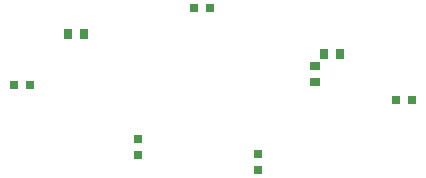
<source format=gbr>
G04 ===== Begin FILE IDENTIFICATION =====*
G04 File Format:  Gerber RS274X*
G04 ===== End FILE IDENTIFICATION =====*
%FSDAX66Y66*%
%MOIN*%
%SFA1.0000B1.0000*%
%OFA0.0B0.0*%
%ADD14R,0.025591X0.027559*%
%ADD15R,0.027559X0.025591*%
%ADD16R,0.033465X0.025591*%
%ADD17R,0.025591X0.033465*%
%LNbond*%
%IPPOS*%
%LPD*%
G75*
D14*
X000000618458Y-000000135003D03*
X000000671608D03*
D15*
X000000430919Y-000000570062D03*
Y-000000623212D03*
D16*
X000001021470Y-000000328566D03*
Y-000000381716D03*
D15*
X000000831824Y-000000620574D03*
Y-000000673724D03*
D14*
X000001291175Y-000000442090D03*
X000001344324D03*
X000000016844Y-000000391578D03*
X000000069994D03*
D17*
X000001103346Y-000000287402D03*
X000001050197D03*
X000000250984Y-000000220472D03*
X000000197835D03*
M02*


</source>
